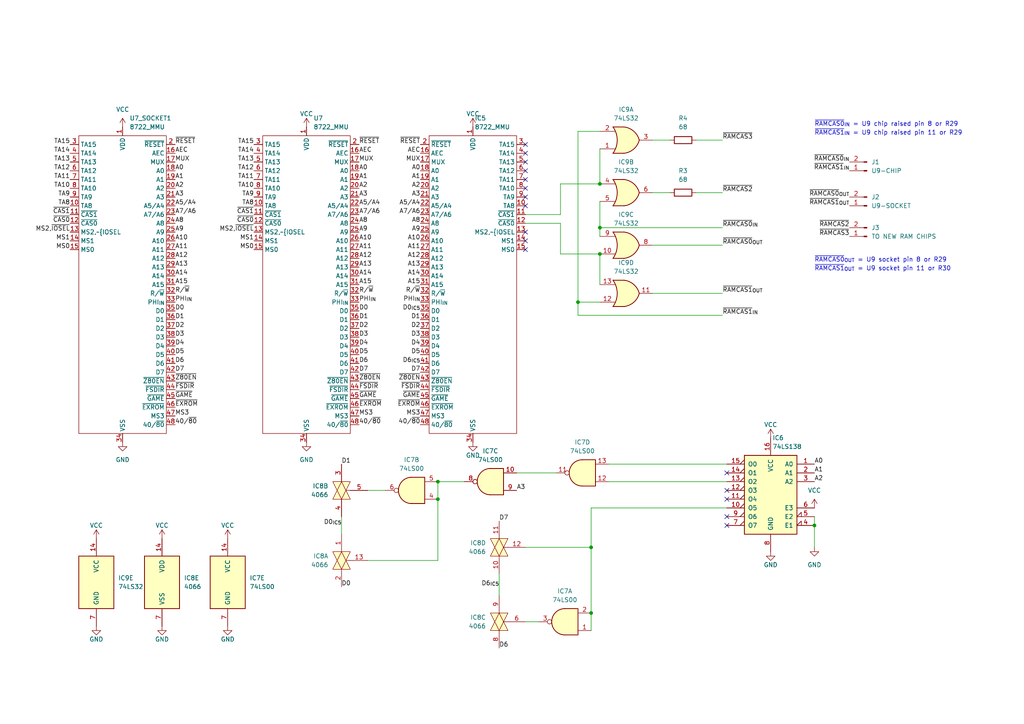
<source format=kicad_sch>
(kicad_sch (version 20211123) (generator eeschema)
  (paper "A4")
  (title_block (title "+256K C128 MMU RAM Expansion") (date "2022-06-22") (rev "1.1") (comment 1 "(mistake was in PDF, not in TXT schematic)") (comment 2 "corrected swapped connections to IC8 pins 6 and 12") (comment 3 "based on original design by Marko Makela") (comment 4 "Maciej Witkowiak"))
  (lib_symbols
    (symbol "4xxx:4066" (pin_names (offset 1.016))
      (property "Reference" "U" (at -7.62 8.89 0))
      (property "Value" "4066" (at -7.62 -8.89 0))
      (symbol "4066_1_0"
        (polyline (pts (xy 0 1.27) (xy 0 2.54)) (stroke (width 0.1524)))
        (polyline (pts (xy -2.54 0) (xy 2.54 2.54) (xy 2.54 -2.54) (xy -2.54 0)) (fill (type background)))
        (polyline (pts (xy -2.54 2.54) (xy 2.54 0) (xy -2.54 -2.54) (xy -2.54 2.54)) (fill (type background)))
        (pin passive line (at -7.62 0 0) (length 5.08) (name "~") (number "1"))
        (pin input line (at 0 7.62 270) (length 5.08) (name "~") (number "13"))
        (pin passive line (at 7.62 0 180) (length 5.08) (name "~") (number "2"))
      )
      (symbol "4066_2_0"
        (polyline (pts (xy 0 1.27) (xy 0 2.54)) (stroke (width 0.1524)))
        (polyline (pts (xy -2.54 0) (xy 2.54 2.54) (xy 2.54 -2.54) (xy -2.54 0)) (fill (type background)))
        (polyline (pts (xy -2.54 2.54) (xy 2.54 0) (xy -2.54 -2.54) (xy -2.54 2.54)) (fill (type background)))
        (pin passive line (at 7.62 0 180) (length 5.08) (name "~") (number "3"))
        (pin passive line (at -7.62 0 0) (length 5.08) (name "~") (number "4"))
        (pin input line (at 0 7.62 270) (length 5.08) (name "~") (number "5"))
      )
      (symbol "4066_3_0"
        (polyline (pts (xy 0 1.27) (xy 0 2.54)) (stroke (width 0.1524)))
        (polyline (pts (xy -2.54 0) (xy 2.54 2.54) (xy 2.54 -2.54) (xy -2.54 0)) (fill (type background)))
        (polyline (pts (xy -2.54 2.54) (xy 2.54 0) (xy -2.54 -2.54) (xy -2.54 2.54)) (fill (type background)))
        (pin input line (at 0 7.62 270) (length 5.08) (name "~") (number "6"))
        (pin passive line (at -7.62 0 0) (length 5.08) (name "~") (number "8"))
        (pin passive line (at 7.62 0 180) (length 5.08) (name "~") (number "9"))
      )
      (symbol "4066_4_0"
        (polyline (pts (xy 0 1.27) (xy 0 2.54)) (stroke (width 0.1524)))
        (polyline (pts (xy -2.54 0) (xy 2.54 2.54) (xy 2.54 -2.54) (xy -2.54 0)) (fill (type background)))
        (polyline (pts (xy -2.54 2.54) (xy 2.54 0) (xy -2.54 -2.54) (xy -2.54 2.54)) (fill (type background)))
        (pin passive line (at 7.62 0 180) (length 5.08) (name "~") (number "10"))
        (pin passive line (at -7.62 0 0) (length 5.08) (name "~") (number "11"))
        (pin input line (at 0 7.62 270) (length 5.08) (name "~") (number "12"))
      )
      (symbol "4066_5_0"
        (pin power_in line (at 0 12.7 270) (length 5.08) (name "VDD") (number "14"))
        (pin power_in line (at 0 -12.7 90) (length 5.08) (name "VSS") (number "7"))
      )
      (symbol "4066_5_1"
        (rectangle (start -5.08 7.62) (end 5.08 -7.62) (stroke (width 0.254)) (fill (type background)))
      )
    )
    (symbol "74xx:74LS00" (pin_names (offset 1.016))
      (property "Reference" "U" (at 0 1.27 0))
      (property "Value" "74LS00" (at 0 -1.27 0))
      (symbol "74LS00_1_1"
        (arc (start 0 -3.81) (mid 3.81 0) (end 0 3.81) (stroke (width 0.254)) (fill (type background)))
        (polyline (pts (xy 0 3.81) (xy -3.81 3.81) (xy -3.81 -3.81) (xy 0 -3.81)) (stroke (width 0.254)) (fill (type background)))
        (pin input line (at -7.62 2.54 0) (length 3.81) (name "~") (number "1"))
        (pin input line (at -7.62 -2.54 0) (length 3.81) (name "~") (number "2"))
        (pin output inverted (at 7.62 0 180) (length 3.81) (name "~") (number "3"))
      )
      (symbol "74LS00_1_2"
        (arc (start -3.81 -3.81) (mid -2.589 0) (end -3.81 3.81) (stroke (width 0.254)))
        (arc (start -0.6096 -3.81) (mid 2.1842 -2.5851) (end 3.81 0) (stroke (width 0.254)) (fill (type background)))
        (polyline (pts (xy -3.81 -3.81) (xy -0.635 -3.81)) (stroke (width 0.254)) (fill (type background)))
        (polyline (pts (xy -3.81 3.81) (xy -0.635 3.81)) (stroke (width 0.254)) (fill (type background)))
        (polyline (pts (xy -0.635 3.81) (xy -3.81 3.81) (xy -3.81 3.81) (xy -3.556 3.4036) (xy -3.0226 2.2606) (xy -2.6924 1.0414) (xy -2.6162 -0.254) (xy -2.7686 -1.4986) (xy -3.175 -2.7178) (xy -3.81 -3.81) (xy -3.81 -3.81) (xy -0.635 -3.81)) (stroke (width -25.4)) (fill (type background)))
        (arc (start 3.81 0) (mid 2.1915 2.5936) (end -0.6096 3.81) (stroke (width 0.254)) (fill (type background)))
        (pin input inverted (at -7.62 2.54 0) (length 4.318) (name "~") (number "1"))
        (pin input inverted (at -7.62 -2.54 0) (length 4.318) (name "~") (number "2"))
        (pin output line (at 7.62 0 180) (length 3.81) (name "~") (number "3"))
      )
      (symbol "74LS00_2_1"
        (arc (start 0 -3.81) (mid 3.81 0) (end 0 3.81) (stroke (width 0.254)) (fill (type background)))
        (polyline (pts (xy 0 3.81) (xy -3.81 3.81) (xy -3.81 -3.81) (xy 0 -3.81)) (stroke (width 0.254)) (fill (type background)))
        (pin input line (at -7.62 2.54 0) (length 3.81) (name "~") (number "4"))
        (pin input line (at -7.62 -2.54 0) (length 3.81) (name "~") (number "5"))
        (pin output inverted (at 7.62 0 180) (length 3.81) (name "~") (number "6"))
      )
      (symbol "74LS00_2_2"
        (arc (start -3.81 -3.81) (mid -2.589 0) (end -3.81 3.81) (stroke (width 0.254)))
        (arc (start -0.6096 -3.81) (mid 2.1842 -2.5851) (end 3.81 0) (stroke (width 0.254)) (fill (type background)))
        (polyline (pts (xy -3.81 -3.81) (xy -0.635 -3.81)) (stroke (width 0.254)) (fill (type background)))
        (polyline (pts (xy -3.81 3.81) (xy -0.635 3.81)) (stroke (width 0.254)) (fill (type background)))
        (polyline (pts (xy -0.635 3.81) (xy -3.81 3.81) (xy -3.81 3.81) (xy -3.556 3.4036) (xy -3.0226 2.2606) (xy -2.6924 1.0414) (xy -2.6162 -0.254) (xy -2.7686 -1.4986) (xy -3.175 -2.7178) (xy -3.81 -3.81) (xy -3.81 -3.81) (xy -0.635 -3.81)) (stroke (width -25.4)) (fill (type background)))
        (arc (start 3.81 0) (mid 2.1915 2.5936) (end -0.6096 3.81) (stroke (width 0.254)) (fill (type background)))
        (pin input inverted (at -7.62 2.54 0) (length 4.318) (name "~") (number "4"))
        (pin input inverted (at -7.62 -2.54 0) (length 4.318) (name "~") (number "5"))
        (pin output line (at 7.62 0 180) (length 3.81) (name "~") (number "6"))
      )
      (symbol "74LS00_3_1"
        (arc (start 0 -3.81) (mid 3.81 0) (end 0 3.81) (stroke (width 0.254)) (fill (type background)))
        (polyline (pts (xy 0 3.81) (xy -3.81 3.81) (xy -3.81 -3.81) (xy 0 -3.81)) (stroke (width 0.254)) (fill (type background)))
        (pin input line (at -7.62 -2.54 0) (length 3.81) (name "~") (number "10"))
        (pin output inverted (at 7.62 0 180) (length 3.81) (name "~") (number "8"))
        (pin input line (at -7.62 2.54 0) (length 3.81) (name "~") (number "9"))
      )
      (symbol "74LS00_3_2"
        (arc (start -3.81 -3.81) (mid -2.589 0) (end -3.81 3.81) (stroke (width 0.254)))
        (arc (start -0.6096 -3.81) (mid 2.1842 -2.5851) (end 3.81 0) (stroke (width 0.254)) (fill (type background)))
        (polyline (pts (xy -3.81 -3.81) (xy -0.635 -3.81)) (stroke (width 0.254)) (fill (type background)))
        (polyline (pts (xy -3.81 3.81) (xy -0.635 3.81)) (stroke (width 0.254)) (fill (type background)))
        (polyline (pts (xy -0.635 3.81) (xy -3.81 3.81) (xy -3.81 3.81) (xy -3.556 3.4036) (xy -3.0226 2.2606) (xy -2.6924 1.0414) (xy -2.6162 -0.254) (xy -2.7686 -1.4986) (xy -3.175 -2.7178) (xy -3.81 -3.81) (xy -3.81 -3.81) (xy -0.635 -3.81)) (stroke (width -25.4)) (fill (type background)))
        (arc (start 3.81 0) (mid 2.1915 2.5936) (end -0.6096 3.81) (stroke (width 0.254)) (fill (type background)))
        (pin input inverted (at -7.62 -2.54 0) (length 4.318) (name "~") (number "10"))
        (pin output line (at 7.62 0 180) (length 3.81) (name "~") (number "8"))
        (pin input inverted (at -7.62 2.54 0) (length 4.318) (name "~") (number "9"))
      )
      (symbol "74LS00_4_1"
        (arc (start 0 -3.81) (mid 3.81 0) (end 0 3.81) (stroke (width 0.254)) (fill (type background)))
        (polyline (pts (xy 0 3.81) (xy -3.81 3.81) (xy -3.81 -3.81) (xy 0 -3.81)) (stroke (width 0.254)) (fill (type background)))
        (pin output inverted (at 7.62 0 180) (length 3.81) (name "~") (number "11"))
        (pin input line (at -7.62 2.54 0) (length 3.81) (name "~") (number "12"))
        (pin input line (at -7.62 -2.54 0) (length 3.81) (name "~") (number "13"))
      )
      (symbol "74LS00_4_2"
        (arc (start -3.81 -3.81) (mid -2.589 0) (end -3.81 3.81) (stroke (width 0.254)))
        (arc (start -0.6096 -3.81) (mid 2.1842 -2.5851) (end 3.81 0) (stroke (width 0.254)) (fill (type background)))
        (polyline (pts (xy -3.81 -3.81) (xy -0.635 -3.81)) (stroke (width 0.254)) (fill (type background)))
        (polyline (pts (xy -3.81 3.81) (xy -0.635 3.81)) (stroke (width 0.254)) (fill (type background)))
        (polyline (pts (xy -0.635 3.81) (xy -3.81 3.81) (xy -3.81 3.81) (xy -3.556 3.4036) (xy -3.0226 2.2606) (xy -2.6924 1.0414) (xy -2.6162 -0.254) (xy -2.7686 -1.4986) (xy -3.175 -2.7178) (xy -3.81 -3.81) (xy -3.81 -3.81) (xy -0.635 -3.81)) (stroke (width -25.4)) (fill (type background)))
        (arc (start 3.81 0) (mid 2.1915 2.5936) (end -0.6096 3.81) (stroke (width 0.254)) (fill (type background)))
        (pin output line (at 7.62 0 180) (length 3.81) (name "~") (number "11"))
        (pin input inverted (at -7.62 2.54 0) (length 4.318) (name "~") (number "12"))
        (pin input inverted (at -7.62 -2.54 0) (length 4.318) (name "~") (number "13"))
      )
      (symbol "74LS00_5_0"
        (pin power_in line (at 0 12.7 270) (length 5.08) (name "VCC") (number "14"))
        (pin power_in line (at 0 -12.7 90) (length 5.08) (name "GND") (number "7"))
      )
      (symbol "74LS00_5_1"
        (rectangle (start -5.08 7.62) (end 5.08 -7.62) (stroke (width 0.254)) (fill (type background)))
      )
    )
    (symbol "74xx:74LS138" (pin_names (offset 1.016))
      (property "Reference" "U" (at -7.62 11.43 0))
      (property "Value" "74LS138" (at -7.62 -13.97 0))
      (symbol "74LS138_1_0"
        (pin input line (at -12.7 7.62 0) (length 5.08) (name "A0") (number "1"))
        (pin output output_low (at 12.7 -5.08 180) (length 5.08) (name "O5") (number "10"))
        (pin output output_low (at 12.7 -2.54 180) (length 5.08) (name "O4") (number "11"))
        (pin output output_low (at 12.7 0 180) (length 5.08) (name "O3") (number "12"))
        (pin output output_low (at 12.7 2.54 180) (length 5.08) (name "O2") (number "13"))
        (pin output output_low (at 12.7 5.08 180) (length 5.08) (name "O1") (number "14"))
        (pin output output_low (at 12.7 7.62 180) (length 5.08) (name "O0") (number "15"))
        (pin power_in line (at 0 15.24 270) (length 5.08) (name "VCC") (number "16"))
        (pin input line (at -12.7 5.08 0) (length 5.08) (name "A1") (number "2"))
        (pin input line (at -12.7 2.54 0) (length 5.08) (name "A2") (number "3"))
        (pin input input_low (at -12.7 -10.16 0) (length 5.08) (name "E1") (number "4"))
        (pin input input_low (at -12.7 -7.62 0) (length 5.08) (name "E2") (number "5"))
        (pin input line (at -12.7 -5.08 0) (length 5.08) (name "E3") (number "6"))
        (pin output output_low (at 12.7 -10.16 180) (length 5.08) (name "O7") (number "7"))
        (pin power_in line (at 0 -17.78 90) (length 5.08) (name "GND") (number "8"))
        (pin output output_low (at 12.7 -7.62 180) (length 5.08) (name "O6") (number "9"))
      )
      (symbol "74LS138_1_1"
        (rectangle (start -7.62 10.16) (end 7.62 -12.7) (stroke (width 0.254)) (fill (type background)))
      )
    )
    (symbol "74xx:74LS32" (pin_names (offset 1.016))
      (property "Reference" "U" (at 0 1.27 0))
      (property "Value" "74LS32" (at 0 -1.27 0))
      (symbol "74LS32_1_1"
        (arc (start -3.81 -3.81) (mid -2.589 0) (end -3.81 3.81) (stroke (width 0.254)))
        (arc (start -0.6096 -3.81) (mid 2.1842 -2.5851) (end 3.81 0) (stroke (width 0.254)) (fill (type background)))
        (polyline (pts (xy -3.81 -3.81) (xy -0.635 -3.81)) (stroke (width 0.254)) (fill (type background)))
        (polyline (pts (xy -3.81 3.81) (xy -0.635 3.81)) (stroke (width 0.254)) (fill (type background)))
        (polyline (pts (xy -0.635 3.81) (xy -3.81 3.81) (xy -3.81 3.81) (xy -3.556 3.4036) (xy -3.0226 2.2606) (xy -2.6924 1.0414) (xy -2.6162 -0.254) (xy -2.7686 -1.4986) (xy -3.175 -2.7178) (xy -3.81 -3.81) (xy -3.81 -3.81) (xy -0.635 -3.81)) (stroke (width -25.4)) (fill (type background)))
        (arc (start 3.81 0) (mid 2.1915 2.5936) (end -0.6096 3.81) (stroke (width 0.254)) (fill (type background)))
        (pin input line (at -7.62 2.54 0) (length 4.318) (name "~") (number "1"))
        (pin input line (at -7.62 -2.54 0) (length 4.318) (name "~") (number "2"))
        (pin output line (at 7.62 0 180) (length 3.81) (name "~") (number "3"))
      )
      (symbol "74LS32_1_2"
        (arc (start 0 -3.81) (mid 3.81 0) (end 0 3.81) (stroke (width 0.254)) (fill (type background)))
        (polyline (pts (xy 0 3.81) (xy -3.81 3.81) (xy -3.81 -3.81) (xy 0 -3.81)) (stroke (width 0.254)) (fill (type background)))
        (pin input inverted (at -7.62 2.54 0) (length 3.81) (name "~") (number "1"))
        (pin input inverted (at -7.62 -2.54 0) (length 3.81) (name "~") (number "2"))
        (pin output inverted (at 7.62 0 180) (length 3.81) (name "~") (number "3"))
      )
      (symbol "74LS32_2_1"
        (arc (start -3.81 -3.81) (mid -2.589 0) (end -3.81 3.81) (stroke (width 0.254)))
        (arc (start -0.6096 -3.81) (mid 2.1842 -2.5851) (end 3.81 0) (stroke (width 0.254)) (fill (type background)))
        (polyline (pts (xy -3.81 -3.81) (xy -0.635 -3.81)) (stroke (width 0.254)) (fill (type background)))
        (polyline (pts (xy -3.81 3.81) (xy -0.635 3.81)) (stroke (width 0.254)) (fill (type background)))
        (polyline (pts (xy -0.635 3.81) (xy -3.81 3.81) (xy -3.81 3.81) (xy -3.556 3.4036) (xy -3.0226 2.2606) (xy -2.6924 1.0414) (xy -2.6162 -0.254) (xy -2.7686 -1.4986) (xy -3.175 -2.7178) (xy -3.81 -3.81) (xy -3.81 -3.81) (xy -0.635 -3.81)) (stroke (width -25.4)) (fill (type background)))
        (arc (start 3.81 0) (mid 2.1915 2.5936) (end -0.6096 3.81) (stroke (width 0.254)) (fill (type background)))
        (pin input line (at -7.62 2.54 0) (length 4.318) (name "~") (number "4"))
        (pin input line (at -7.62 -2.54 0) (length 4.318) (name "~") (number "5"))
        (pin output line (at 7.62 0 180) (length 3.81) (name "~") (number "6"))
      )
      (symbol "74LS32_2_2"
        (arc (start 0 -3.81) (mid 3.81 0) (end 0 3.81) (stroke (width 0.254)) (fill (type background)))
        (polyline (pts (xy 0 3.81) (xy -3.81 3.81) (xy -3.81 -3.81) (xy 0 -3.81)) (stroke (width 0.254)) (fill (type background)))
        (pin input inverted (at -7.62 2.54 0) (length 3.81) (name "~") (number "4"))
        (pin input inverted (at -7.62 -2.54 0) (length 3.81) (name "~") (number "5"))
        (pin output inverted (at 7.62 0 180) (length 3.81) (name "~") (number "6"))
      )
      (symbol "74LS32_3_1"
        (arc (start -3.81 -3.81) (mid -2.589 0) (end -3.81 3.81) (stroke (width 0.254)))
        (arc (start -0.6096 -3.81) (mid 2.1842 -2.5851) (end 3.81 0) (stroke (width 0.254)) (fill (type background)))
        (polyline (pts (xy -3.81 -3.81) (xy -0.635 -3.81)) (stroke (width 0.254)) (fill (type background)))
        (polyline (pts (xy -3.81 3.81) (xy -0.635 3.81)) (stroke (width 0.254)) (fill (type background)))
        (polyline (pts (xy -0.635 3.81) (xy -3.81 3.81) (xy -3.81 3.81) (xy -3.556 3.4036) (xy -3.0226 2.2606) (xy -2.6924 1.0414) (xy -2.6162 -0.254) (xy -2.7686 -1.4986) (xy -3.175 -2.7178) (xy -3.81 -3.81) (xy -3.81 -3.81) (xy -0.635 -3.81)) (stroke (width -25.4)) (fill (type background)))
        (arc (start 3.81 0) (mid 2.1915 2.5936) (end -0.6096 3.81) (stroke (width 0.254)) (fill (type background)))
        (pin input line (at -7.62 -2.54 0) (length 4.318) (name "~") (number "10"))
        (pin output line (at 7.62 0 180) (length 3.81) (name "~") (number "8"))
        (pin input line (at -7.62 2.54 0) (length 4.318) (name "~") (number "9"))
      )
      (symbol "74LS32_3_2"
        (arc (start 0 -3.81) (mid 3.81 0) (end 0 3.81) (stroke (width 0.254)) (fill (type background)))
        (polyline (pts (xy 0 3.81) (xy -3.81 3.81) (xy -3.81 -3.81) (xy 0 -3.81)) (stroke (width 0.254)) (fill (type background)))
        (pin input inverted (at -7.62 -2.54 0) (length 3.81) (name "~") (number "10"))
        (pin output inverted (at 7.62 0 180) (length 3.81) (name "~") (number "8"))
        (pin input inverted (at -7.62 2.54 0) (length 3.81) (name "~") (number "9"))
      )
      (symbol "74LS32_4_1"
        (arc (start -3.81 -3.81) (mid -2.589 0) (end -3.81 3.81) (stroke (width 0.254)))
        (arc (start -0.6096 -3.81) (mid 2.1842 -2.5851) (end 3.81 0) (stroke (width 0.254)) (fill (type background)))
        (polyline (pts (xy -3.81 -3.81) (xy -0.635 -3.81)) (stroke (width 0.254)) (fill (type background)))
        (polyline (pts (xy -3.81 3.81) (xy -0.635 3.81)) (stroke (width 0.254)) (fill (type background)))
        (polyline (pts (xy -0.635 3.81) (xy -3.81 3.81) (xy -3.81 3.81) (xy -3.556 3.4036) (xy -3.0226 2.2606) (xy -2.6924 1.0414) (xy -2.6162 -0.254) (xy -2.7686 -1.4986) (xy -3.175 -2.7178) (xy -3.81 -3.81) (xy -3.81 -3.81) (xy -0.635 -3.81)) (stroke (width -25.4)) (fill (type background)))
        (arc (start 3.81 0) (mid 2.1915 2.5936) (end -0.6096 3.81) (stroke (width 0.254)) (fill (type background)))
        (pin output line (at 7.62 0 180) (length 3.81) (name "~") (number "11"))
        (pin input line (at -7.62 2.54 0) (length 4.318) (name "~") (number "12"))
        (pin input line (at -7.62 -2.54 0) (length 4.318) (name "~") (number "13"))
      )
      (symbol "74LS32_4_2"
        (arc (start 0 -3.81) (mid 3.81 0) (end 0 3.81) (stroke (width 0.254)) (fill (type background)))
        (polyline (pts (xy 0 3.81) (xy -3.81 3.81) (xy -3.81 -3.81) (xy 0 -3.81)) (stroke (width 0.254)) (fill (type background)))
        (pin output inverted (at 7.62 0 180) (length 3.81) (name "~") (number "11"))
        (pin input inverted (at -7.62 2.54 0) (length 3.81) (name "~") (number "12"))
        (pin input inverted (at -7.62 -2.54 0) (length 3.81) (name "~") (number "13"))
      )
      (symbol "74LS32_5_0"
        (pin power_in line (at 0 12.7 270) (length 5.08) (name "VCC") (number "14"))
        (pin power_in line (at 0 -12.7 90) (length 5.08) (name "GND") (number "7"))
      )
      (symbol "74LS32_5_1"
        (rectangle (start -5.08 7.62) (end 5.08 -7.62) (stroke (width 0.254)) (fill (type background)))
      )
    )
    (symbol "C128_CHIPS:8722_MMU"
      (property "Reference" "U" (at -10.16 49.53 0))
      (property "Value" "8722_MMU" (at 0 0 0))
      (symbol "8722_MMU_0_1"
        (rectangle (start -12.7 48.26) (end 12.7 -38.1))
      )
      (symbol "8722_MMU_1_1"
        (pin power_in line (at 0 50.8 270) (length 2.54) (name "VDD") (number "1"))
        (pin tri_state line (at -15.24 27.94 0) (length 2.54) (name "TA8") (number "10"))
        (pin output line (at -15.24 25.4 0) (length 2.54) (name "~{CAS1}") (number "11"))
        (pin output line (at -15.24 22.86 0) (length 2.54) (name "~{CAS0}") (number "12"))
        (pin output line (at -15.24 20.32 0) (length 2.54) (name "MS2,~{IOSEL") (number "13"))
        (pin output line (at -15.24 17.78 0) (length 2.54) (name "MS1") (number "14"))
        (pin output line (at -15.24 15.24 0) (length 2.54) (name "MS0") (number "15"))
        (pin input line (at 15.24 43.18 180) (length 2.54) (name "AEC") (number "16"))
        (pin input line (at 15.24 40.64 180) (length 2.54) (name "MUX") (number "17"))
        (pin input line (at 15.24 38.1 180) (length 2.54) (name "A0") (number "18"))
        (pin input line (at 15.24 35.56 180) (length 2.54) (name "A1") (number "19"))
        (pin input line (at 15.24 45.72 180) (length 2.54) (name "~{RESET}") (number "2"))
        (pin input line (at 15.24 33.02 180) (length 2.54) (name "A2") (number "20"))
        (pin input line (at 15.24 30.48 180) (length 2.54) (name "A3") (number "21"))
        (pin input line (at 15.24 27.94 180) (length 2.54) (name "A5/A4") (number "22"))
        (pin input line (at 15.24 25.4 180) (length 2.54) (name "A7/A6") (number "23"))
        (pin input line (at 15.24 22.86 180) (length 2.54) (name "A8") (number "24"))
        (pin input line (at 15.24 20.32 180) (length 2.54) (name "A9") (number "25"))
        (pin input line (at 15.24 17.78 180) (length 2.54) (name "A10") (number "26"))
        (pin input line (at 15.24 15.24 180) (length 2.54) (name "A11") (number "27"))
        (pin input line (at 15.24 12.7 180) (length 2.54) (name "A12") (number "28"))
        (pin input line (at 15.24 10.16 180) (length 2.54) (name "A13") (number "29"))
        (pin tri_state line (at -15.24 45.72 0) (length 2.54) (name "TA15") (number "3"))
        (pin input line (at 15.24 7.62 180) (length 2.54) (name "A14") (number "30"))
        (pin input line (at 15.24 5.08 180) (length 2.54) (name "A15") (number "31"))
        (pin input line (at 15.24 2.54 180) (length 2.54) (name "R/~{W}") (number "32"))
        (pin input line (at 15.24 0 180) (length 2.54) (name "PHI_{IN}") (number "33"))
        (pin power_in line (at 0 -40.64 90) (length 2.54) (name "VSS") (number "34"))
        (pin bidirectional line (at 15.24 -2.54 180) (length 2.54) (name "D0") (number "35"))
        (pin bidirectional line (at 15.24 -5.08 180) (length 2.54) (name "D1") (number "36"))
        (pin bidirectional line (at 15.24 -7.62 180) (length 2.54) (name "D2") (number "37"))
        (pin bidirectional line (at 15.24 -10.16 180) (length 2.54) (name "D3") (number "38"))
        (pin bidirectional line (at 15.24 -12.7 180) (length 2.54) (name "D4") (number "39"))
        (pin tri_state line (at -15.24 43.18 0) (length 2.54) (name "TA14") (number "4"))
        (pin bidirectional line (at 15.24 -15.24 180) (length 2.54) (name "D5") (number "40"))
        (pin bidirectional line (at 15.24 -17.78 180) (length 2.54) (name "D6") (number "41"))
        (pin bidirectional line (at 15.24 -20.32 180) (length 2.54) (name "D7") (number "42"))
        (pin bidirectional line (at 15.24 -22.86 180) (length 2.54) (name "~{Z80EN}") (number "43"))
        (pin bidirectional line (at 15.24 -25.4 180) (length 2.54) (name "~{FSDIR}") (number "44"))
        (pin bidirectional line (at 15.24 -27.94 180) (length 2.54) (name "~{GAME}") (number "45"))
        (pin bidirectional line (at 15.24 -30.48 180) (length 2.54) (name "~{EXROM}") (number "46"))
        (pin bidirectional line (at 15.24 -33.02 180) (length 2.54) (name "MS3") (number "47"))
        (pin bidirectional line (at 15.24 -35.56 180) (length 2.54) (name "40/~{80}") (number "48"))
        (pin tri_state line (at -15.24 40.64 0) (length 2.54) (name "TA13") (number "5"))
        (pin tri_state line (at -15.24 38.1 0) (length 2.54) (name "TA12") (number "6"))
        (pin tri_state line (at -15.24 35.56 0) (length 2.54) (name "TA11") (number "7"))
        (pin tri_state line (at -15.24 33.02 0) (length 2.54) (name "TA10") (number "8"))
        (pin tri_state line (at -15.24 30.48 0) (length 2.54) (name "TA9") (number "9"))
      )
    )
    (symbol "Connector:Conn_01x02_Male" (pin_names (offset 1.016) hide)
      (property "Reference" "J" (at 0 2.54 0))
      (property "Value" "Conn_01x02_Male" (at 0 -5.08 0))
      (symbol "Conn_01x02_Male_1_1"
        (polyline (pts (xy 1.27 -2.54) (xy 0.8636 -2.54)) (stroke (width 0.1524)))
        (polyline (pts (xy 1.27 0) (xy 0.8636 0)) (stroke (width 0.1524)))
        (rectangle (start 0.8636 -2.413) (end 0 -2.667) (stroke (width 0.1524)) (fill (type outline)))
        (rectangle (start 0.8636 0.127) (end 0 -0.127) (stroke (width 0.1524)) (fill (type outline)))
        (pin passive line (at 5.08 0 180) (length 3.81) (name "Pin_1") (number "1"))
        (pin passive line (at 5.08 -2.54 180) (length 3.81) (name "Pin_2") (number "2"))
      )
    )
    (symbol "Device:R" (pin_numbers hide) (pin_names (offset 0))
      (property "Reference" "R" (at 2.032 0 90))
      (property "Value" "R" (at 0 0 90))
      (symbol "R_0_1"
        (rectangle (start -1.016 -2.54) (end 1.016 2.54) (stroke (width 0.254)))
      )
      (symbol "R_1_1"
        (pin passive line (at 0 3.81 270) (length 1.27) (name "~") (number "1"))
        (pin passive line (at 0 -3.81 90) (length 1.27) (name "~") (number "2"))
      )
    )
    (symbol "power:GND" (power) (pin_names (offset 0))
      (property "Value" "GND" (at 0 -3.81 0))
      (symbol "GND_0_1"
        (polyline (pts (xy 0 0) (xy 0 -1.27) (xy 1.27 -1.27) (xy 0 -2.54) (xy -1.27 -1.27) (xy 0 -1.27)))
      )
      (symbol "GND_1_1"
        (pin power_in line (at 0 0 270) (length 0) hide (name "GND") (number "1"))
      )
    )
    (symbol "power:VCC" (power) (pin_names (offset 0))
      (property "Value" "VCC" (at 0 3.81 0))
      (symbol "VCC_0_1"
        (polyline (pts (xy -0.762 1.27) (xy 0 2.54)))
        (polyline (pts (xy 0 0) (xy 0 2.54)))
        (polyline (pts (xy 0 2.54) (xy 0.762 1.27)))
      )
      (symbol "VCC_1_1"
        (pin power_in line (at 0 0 90) (length 0) hide (name "VCC") (number "1"))
      )
    )
  )
  (junction (at 127 144.78))
  (junction (at 236.22 152.4))
  (junction (at 173.99 53.34))
  (junction (at 173.99 73.66))
  (junction (at 173.99 66.04))
  (junction (at 167.64 87.63))
  (junction (at 171.45 158.75))
  (junction (at 127 139.7))
  (junction (at 171.45 177.8))
  (no_connect (at 152.4 52.07))
  (no_connect (at 152.4 44.45))
  (no_connect (at 152.4 41.91))
  (no_connect (at 152.4 46.99))
  (no_connect (at 152.4 72.39))
  (no_connect (at 152.4 69.85))
  (no_connect (at 152.4 67.31))
  (no_connect (at 152.4 59.69))
  (no_connect (at 152.4 57.15))
  (no_connect (at 152.4 54.61))
  (no_connect (at 152.4 49.53))
  (no_connect (at 210.82 137.16))
  (no_connect (at 210.82 142.24))
  (no_connect (at 210.82 144.78))
  (no_connect (at 210.82 149.86))
  (no_connect (at 210.82 152.4))
  (wire (pts (xy 149.86 137.16) (xy 161.29 137.16)))
  (wire (pts (xy 201.93 55.88) (xy 209.55 55.88)))
  (wire (pts (xy 173.99 73.66) (xy 173.99 82.55)))
  (wire (pts (xy 167.64 87.63) (xy 173.99 87.63)))
  (wire (pts (xy 171.45 147.32) (xy 171.45 158.75)))
  (wire (pts (xy 171.45 158.75) (xy 171.45 177.8)))
  (wire (pts (xy 162.56 53.34) (xy 173.99 53.34)))
  (wire (pts (xy 173.99 66.04) (xy 173.99 68.58)))
  (wire (pts (xy 189.23 40.64) (xy 194.31 40.64)))
  (wire (pts (xy 127 139.7) (xy 127 144.78)))
  (wire (pts (xy 127 139.7) (xy 134.62 139.7)))
  (wire (pts (xy 189.23 85.09) (xy 209.55 85.09)))
  (wire (pts (xy 167.64 38.1) (xy 167.64 87.63)))
  (wire (pts (xy 162.56 62.23) (xy 162.56 53.34)))
  (wire (pts (xy 171.45 177.8) (xy 171.45 182.88)))
  (wire (pts (xy 173.99 58.42) (xy 173.99 66.04)))
  (wire (pts (xy 189.23 71.12) (xy 209.55 71.12)))
  (wire (pts (xy 173.99 38.1) (xy 167.64 38.1)))
  (wire (pts (xy 209.55 91.44) (xy 167.64 91.44)))
  (wire (pts (xy 152.4 180.34) (xy 156.21 180.34)))
  (wire (pts (xy 127 162.56) (xy 127 144.78)))
  (wire (pts (xy 210.82 134.62) (xy 176.53 134.62)))
  (wire (pts (xy 210.82 147.32) (xy 171.45 147.32)))
  (wire (pts (xy 236.22 158.75) (xy 236.22 152.4)))
  (wire (pts (xy 162.56 64.77) (xy 162.56 73.66)))
  (wire (pts (xy 162.56 73.66) (xy 173.99 73.66)))
  (wire (pts (xy 189.23 55.88) (xy 194.31 55.88)))
  (wire (pts (xy 210.82 139.7) (xy 176.53 139.7)))
  (wire (pts (xy 106.68 142.24) (xy 111.76 142.24)))
  (wire (pts (xy 144.78 166.37) (xy 144.78 172.72)))
  (wire (pts (xy 173.99 43.18) (xy 173.99 53.34)))
  (wire (pts (xy 236.22 149.86) (xy 236.22 152.4)))
  (wire (pts (xy 201.93 40.64) (xy 209.55 40.64)))
  (wire (pts (xy 152.4 62.23) (xy 162.56 62.23)))
  (wire (pts (xy 152.4 158.75) (xy 171.45 158.75)))
  (wire (pts (xy 99.06 149.86) (xy 99.06 154.94)))
  (wire (pts (xy 167.64 91.44) (xy 167.64 87.63)))
  (wire (pts (xy 152.4 64.77) (xy 162.56 64.77)))
  (wire (pts (xy 173.99 66.04) (xy 209.55 66.04)))
  (wire (pts (xy 106.68 162.56) (xy 127 162.56)))
  (text "~{RAMCAS1}_{OUT} = U9 socket pin 11 or R30" (at 236.22 78.74 0) (effects (font (size 1.27 1.27)) (justify left bottom)))
  (text "~{RAMCAS0}_{OUT} = U9 socket pin 8 or R29" (at 236.22 76.2 0) (effects (font (size 1.27 1.27)) (justify left bottom)))
  (text "~{RAMCAS1}_{IN} = U9 chip raised pin 11 or R29" (at 236.22 39.37 0) (effects (font (size 1.27 1.27)) (justify left bottom)))
  (text "~{RAMCAS0}_{IN} = U9 chip raised pin 8 or R29" (at 236.22 36.83 0) (effects (font (size 1.27 1.27)) (justify left bottom)))
  (label "A0" (at 236.22 134.62 0))
  (label "A12" (at 50.8 74.93 0))
  (label "A3" (at 149.86 142.24 0))
  (label "TA12" (at 73.66 49.53 180))
  (label "D1" (at 121.92 92.71 180))
  (label "MS0" (at 20.32 72.39 180))
  (label "A2" (at 236.22 139.7 0))
  (label "D2" (at 121.92 95.25 180))
  (label "D0_{IC5}" (at 121.92 90.17 180))
  (label "TA9" (at 73.66 57.15 180))
  (label "~{CAS0}" (at 20.32 64.77 180))
  (label "~{Z80EN}" (at 121.92 110.49 180))
  (label "MUX" (at 104.14 46.99 0))
  (label "TA13" (at 20.32 46.99 180))
  (label "40{slash}~{80}" (at 121.92 123.19 180))
  (label "A8" (at 50.8 64.77 0))
  (label "AEC" (at 50.8 44.45 0))
  (label "D4" (at 104.14 100.33 0))
  (label "D3" (at 104.14 97.79 0))
  (label "A15" (at 50.8 82.55 0))
  (label "D2" (at 50.8 95.25 0))
  (label "D3" (at 50.8 97.79 0))
  (label "A10" (at 104.14 69.85 0))
  (label "PHI_{IN}" (at 50.8 87.63 0))
  (label "TA14" (at 20.32 44.45 180))
  (label "D7" (at 121.92 107.95 180))
  (label "~{RAMCAS1}_{OUT}" (at 209.55 85.09 0))
  (label "D5" (at 50.8 102.87 0))
  (label "R{slash}~{W}" (at 50.8 85.09 0))
  (label "TA8" (at 20.32 59.69 180))
  (label "MUX" (at 50.8 46.99 0))
  (label "TA10" (at 20.32 54.61 180))
  (label "TA15" (at 73.66 41.91 180))
  (label "A3" (at 121.92 57.15 180))
  (label "40{slash}~{80}" (at 50.8 123.19 0))
  (label "A14" (at 50.8 80.01 0))
  (label "~{CAS1}" (at 20.32 62.23 180))
  (label "A12" (at 104.14 74.93 0))
  (label "MS3" (at 104.14 120.65 0))
  (label "D7" (at 104.14 107.95 0))
  (label "~{EXROM}" (at 50.8 118.11 0))
  (label "TA9" (at 20.32 57.15 180))
  (label "AEC" (at 121.92 44.45 180))
  (label "D6_{IC5}" (at 121.92 105.41 180))
  (label "~{RESET}" (at 121.92 41.91 180))
  (label "~{RAMCAS1}_{IN}" (at 246.38 49.53 180))
  (label "D1" (at 104.14 92.71 0))
  (label "~{RAMCAS0}_{IN}" (at 246.38 46.99 180))
  (label "~{FSDIR}" (at 50.8 113.03 0))
  (label "A9" (at 50.8 67.31 0))
  (label "TA13" (at 73.66 46.99 180))
  (label "PHI_{IN}" (at 121.92 87.63 180))
  (label "~{RAMCAS2}" (at 246.38 66.04 180))
  (label "TA8" (at 73.66 59.69 180))
  (label "~{GAME}" (at 104.14 115.57 0))
  (label "A14" (at 121.92 80.01 180))
  (label "R{slash}~{W}" (at 121.92 85.09 180))
  (label "~{RAMCAS1}_{OUT}" (at 246.38 59.69 180))
  (label "A0" (at 121.92 49.53 180))
  (label "PHI_{IN}" (at 104.14 87.63 0))
  (label "TA12" (at 20.32 49.53 180))
  (label "MS0" (at 73.66 72.39 180))
  (label "A3" (at 50.8 57.15 0))
  (label "A11" (at 104.14 72.39 0))
  (label "A14" (at 104.14 80.01 0))
  (label "~{RAMCAS1}_{IN}" (at 209.55 91.44 0))
  (label "A8" (at 121.92 64.77 180))
  (label "~{RAMCAS0}_{IN}" (at 209.55 66.04 0))
  (label "~{FSDIR}" (at 121.92 113.03 180))
  (label "A2" (at 50.8 54.61 0))
  (label "A1" (at 104.14 52.07 0))
  (label "TA11" (at 20.32 52.07 180))
  (label "A7{slash}A6" (at 121.92 62.23 180))
  (label "MS3" (at 121.92 120.65 180))
  (label "D7" (at 50.8 107.95 0))
  (label "A9" (at 104.14 67.31 0))
  (label "D3" (at 121.92 97.79 180))
  (label "D6_{IC5}" (at 144.78 170.18 180))
  (label "TA15" (at 20.32 41.91 180))
  (label "A15" (at 104.14 82.55 0))
  (label "~{CAS0}" (at 73.66 64.77 180))
  (label "A0" (at 50.8 49.53 0))
  (label "A2" (at 104.14 54.61 0))
  (label "TA14" (at 73.66 44.45 180))
  (label "D5" (at 121.92 102.87 180))
  (label "D0_{IC5}" (at 99.06 152.4 180))
  (label "D4" (at 121.92 100.33 180))
  (label "A5{slash}A4" (at 121.92 59.69 180))
  (label "A11" (at 121.92 72.39 180))
  (label "~{CAS1}" (at 73.66 62.23 180))
  (label "A10" (at 50.8 69.85 0))
  (label "D2" (at 104.14 95.25 0))
  (label "A9" (at 121.92 67.31 180))
  (label "D0" (at 104.14 90.17 0))
  (label "D6" (at 50.8 105.41 0))
  (label "~{RAMCAS3}" (at 209.55 40.64 0))
  (label "MS1" (at 20.32 69.85 180))
  (label "A0" (at 104.14 49.53 0))
  (label "D7" (at 144.78 151.13 0))
  (label "R{slash}~{W}" (at 104.14 85.09 0))
  (label "A13" (at 50.8 77.47 0))
  (label "TA10" (at 73.66 54.61 180))
  (label "A12" (at 121.92 74.93 180))
  (label "A1" (at 236.22 137.16 0))
  (label "MUX" (at 121.92 46.99 180))
  (label "~{EXROM}" (at 104.14 118.11 0))
  (label "~{Z80EN}" (at 104.14 110.49 0))
  (label "A5{slash}A4" (at 50.8 59.69 0))
  (label "~{FSDIR}" (at 104.14 113.03 0))
  (label "~{RESET}" (at 104.14 41.91 0))
  (label "TA11" (at 73.66 52.07 180))
  (label "MS2,~{IOSEL}" (at 20.32 67.31 180))
  (label "MS2,~{IOSEL}" (at 73.66 67.31 180))
  (label "D1" (at 50.8 92.71 0))
  (label "D6" (at 144.78 187.96 0))
  (label "A13" (at 104.14 77.47 0))
  (label "AEC" (at 104.14 44.45 0))
  (label "A7{slash}A6" (at 104.14 62.23 0))
  (label "~{RESET}" (at 50.8 41.91 0))
  (label "~{RAMCAS2}" (at 209.55 55.88 0))
  (label "A8" (at 104.14 64.77 0))
  (label "~{RAMCAS0}_{OUT}" (at 209.55 71.12 0))
  (label "~{RAMCAS0}_{OUT}" (at 246.38 57.15 180))
  (label "~{EXROM}" (at 121.92 118.11 180))
  (label "MS1" (at 73.66 69.85 180))
  (label "~{GAME}" (at 50.8 115.57 0))
  (label "D4" (at 50.8 100.33 0))
  (label "A15" (at 121.92 82.55 180))
  (label "40{slash}~{80}" (at 104.14 123.19 0))
  (label "A2" (at 121.92 54.61 180))
  (label "A3" (at 104.14 57.15 0))
  (label "D6" (at 104.14 105.41 0))
  (label "D0" (at 50.8 90.17 0))
  (label "A11" (at 50.8 72.39 0))
  (label "A10" (at 121.92 69.85 180))
  (label "~{Z80EN}" (at 50.8 110.49 0))
  (label "D0" (at 99.06 170.18 0))
  (label "A1" (at 121.92 52.07 180))
  (label "A13" (at 121.92 77.47 180))
  (label "D5" (at 104.14 102.87 0))
  (label "~{GAME}" (at 121.92 115.57 180))
  (label "A1" (at 50.8 52.07 0))
  (label "A7{slash}A6" (at 50.8 62.23 0))
  (label "~{RAMCAS3}" (at 246.38 68.58 180))
  (label "D1" (at 99.06 134.62 0))
  (label "A5{slash}A4" (at 104.14 59.69 0))
  (label "MS3" (at 50.8 120.65 0))
  (symbol (lib_id "C128_CHIPS:8722_MMU") (at 137.16 87.63 0) (mirror y) (unit 1)
    (property "Reference" "IC5" (at 137.6806 34.29 0) (effects (justify right)))
    (property "Value" "8722_MMU" (at 137.6806 36.83 0) (effects (justify right)))
    (property "Footprint" "Package_DIP:DIP-48_W15.24mm_Socket" (effects hide))
    (property "Datasheet" "https://myoldcomputer.nl/Files/Datasheet/MOS8722.pdf" (effects hide))
  )
  (symbol (lib_id "74xx:74LS00") (at 66.04 168.91 0) (unit 5)
    (property "Reference" "IC7" (at 72.39 167.6399 0) (effects (justify left)))
    (property "Value" "74LS00" (at 72.39 170.1799 0) (effects (justify left)))
    (property "Footprint" "Package_DIP:DIP-14_W7.62mm_Socket" (effects hide))
    (property "Datasheet" "http://www.ti.com/lit/gpn/sn74ls00" (effects hide))
  )
  (symbol (lib_id "power:VCC") (at 46.99 156.21 0) (unit 1)
    (property "Reference" "#PWR05" (effects hide))
    (property "Value" "VCC" (at 46.99 152.4 0))
  )
  (symbol (lib_id "Connector:Conn_01x02_Male") (at 251.46 68.58 180) (unit 1)
    (property "Reference" "J3" (at 252.73 66.0399 0) (effects (justify right)))
    (property "Value" "TO NEW RAM CHIPS" (at 252.73 68.5799 0) (effects (justify right)))
    (property "Footprint" "Connector_PinHeader_2.54mm:PinHeader_1x02_P2.54mm_Vertical" (effects hide))
  )
  (symbol (lib_id "Connector:Conn_01x02_Male") (at 251.46 59.69 180) (unit 1)
    (property "Reference" "J2" (at 252.73 57.1499 0) (effects (justify right)))
    (property "Value" "U9-SOCKET" (at 252.73 59.6899 0) (effects (justify right)))
    (property "Footprint" "Connector_PinHeader_2.54mm:PinHeader_1x02_P2.54mm_Vertical" (effects hide))
  )
  (symbol (lib_id "74xx:74LS32") (at 181.61 85.09 0) (mirror x) (unit 4)
    (property "Reference" "IC9" (at 181.61 76.2 0))
    (property "Value" "74LS32" (at 181.61 78.74 0))
    (property "Footprint" "Package_DIP:DIP-14_W7.62mm_Socket" (effects hide))
    (property "Datasheet" "http://www.ti.com/lit/gpn/sn74LS32" (effects hide))
  )
  (symbol (lib_id "power:GND") (at 223.52 160.02 0) (unit 1)
    (property "Reference" "#PWR014" (effects hide))
    (property "Value" "GND" (at 223.52 163.83 0))
  )
  (symbol (lib_id "4xxx:4066") (at 144.78 158.75 270) (unit 4)
    (property "Reference" "IC8" (at 140.97 157.4799 90) (effects (justify right)))
    (property "Value" "4066" (at 140.97 160.0199 90) (effects (justify right)))
    (property "Footprint" "Package_DIP:DIP-14_W7.62mm_Socket" (effects hide))
    (property "Datasheet" "http://www.ti.com/lit/ds/symlink/cd4066b.pdf" (effects hide))
  )
  (symbol (lib_id "power:GND") (at 66.04 181.61 0) (unit 1)
    (property "Reference" "#PWR08" (effects hide))
    (property "Value" "GND" (at 66.04 185.42 0))
  )
  (symbol (lib_id "4xxx:4066") (at 144.78 180.34 270) (mirror x) (unit 3)
    (property "Reference" "IC8" (at 140.97 179.0699 90) (effects (justify right)))
    (property "Value" "4066" (at 140.97 181.6099 90) (effects (justify right)))
    (property "Footprint" "Package_DIP:DIP-14_W7.62mm_Socket" (effects hide))
    (property "Datasheet" "http://www.ti.com/lit/ds/symlink/cd4066b.pdf" (effects hide))
  )
  (symbol (lib_id "74xx:74LS00") (at 119.38 142.24 180) (unit 2)
    (property "Reference" "IC7" (at 119.38 133.35 0))
    (property "Value" "74LS00" (at 119.38 135.89 0))
    (property "Footprint" "Package_DIP:DIP-14_W7.62mm_Socket" (effects hide))
    (property "Datasheet" "http://www.ti.com/lit/gpn/sn74ls00" (effects hide))
  )
  (symbol (lib_id "power:VCC") (at 35.56 36.83 0) (unit 1)
    (property "Reference" "#PWR03" (effects hide))
    (property "Value" "VCC" (at 35.56 31.75 0))
  )
  (symbol (lib_id "4xxx:4066") (at 99.06 142.24 270) (mirror x) (unit 2)
    (property "Reference" "IC8" (at 95.25 140.9699 90) (effects (justify right)))
    (property "Value" "4066" (at 95.25 143.5099 90) (effects (justify right)))
    (property "Footprint" "Package_DIP:DIP-14_W7.62mm_Socket" (effects hide))
    (property "Datasheet" "http://www.ti.com/lit/ds/symlink/cd4066b.pdf" (effects hide))
  )
  (symbol (lib_id "Connector:Conn_01x02_Male") (at 251.46 49.53 180) (unit 1)
    (property "Reference" "J1" (at 252.73 46.9899 0) (effects (justify right)))
    (property "Value" "U9-CHIP" (at 252.73 49.5299 0) (effects (justify right)))
    (property "Footprint" "Connector_PinHeader_2.54mm:PinHeader_1x02_P2.54mm_Vertical" (effects hide))
  )
  (symbol (lib_id "74xx:74LS138") (at 223.52 142.24 0) (mirror y) (unit 1)
    (property "Reference" "IC6" (at 224.0406 127 0) (effects (justify right)))
    (property "Value" "74LS138" (at 224.0406 129.54 0) (effects (justify right)))
    (property "Footprint" "Package_DIP:DIP-16_W7.62mm_Socket" (effects hide))
    (property "Datasheet" "http://www.ti.com/lit/gpn/sn74LS138" (effects hide))
  )
  (symbol (lib_id "4xxx:4066") (at 46.99 168.91 0) (unit 5)
    (property "Reference" "IC8" (at 53.34 167.6399 0) (effects (justify left)))
    (property "Value" "4066" (at 53.34 170.1799 0) (effects (justify left)))
    (property "Footprint" "Package_DIP:DIP-14_W7.62mm_Socket" (effects hide))
    (property "Datasheet" "http://www.ti.com/lit/ds/symlink/cd4066b.pdf" (effects hide))
  )
  (symbol (lib_id "power:VCC") (at 27.94 156.21 0) (unit 1)
    (property "Reference" "#PWR01" (effects hide))
    (property "Value" "VCC" (at 27.94 152.4 0))
  )
  (symbol (lib_id "C128_CHIPS:8722_MMU") (at 35.56 87.63 0) (unit 1)
    (property "Reference" "U7_SOCKET1" (at 37.5794 34.29 0) (effects (justify left)))
    (property "Value" "8722_MMU" (at 37.5794 36.83 0) (effects (justify left)))
    (property "Footprint" "Package_DIP:DIP-48_W15.24mm" (effects hide))
    (property "Datasheet" "https://myoldcomputer.nl/Files/Datasheet/MOS8722.pdf" (effects hide))
  )
  (symbol (lib_id "power:GND") (at 27.94 181.61 0) (unit 1)
    (property "Reference" "#PWR02" (effects hide))
    (property "Value" "GND" (at 27.94 185.42 0))
  )
  (symbol (lib_id "power:GND") (at 46.99 181.61 0) (unit 1)
    (property "Reference" "#PWR06" (effects hide))
    (property "Value" "GND" (at 46.99 185.42 0))
  )
  (symbol (lib_id "Device:R") (at 198.12 55.88 90) (unit 1)
    (property "Reference" "R3" (at 198.12 49.53 90))
    (property "Value" "68" (at 198.12 52.07 90))
    (property "Footprint" "Resistor_THT:R_Axial_DIN0207_L6.3mm_D2.5mm_P10.16mm_Horizontal" (effects hide))
  )
  (symbol (lib_id "power:VCC") (at 137.16 36.83 0) (unit 1)
    (property "Reference" "#PWR011" (effects hide))
    (property "Value" "VCC" (at 137.16 33.02 0))
  )
  (symbol (lib_id "power:GND") (at 35.56 128.27 0) (unit 1)
    (property "Reference" "#PWR04" (effects hide))
    (property "Value" "GND" (at 35.56 133.35 0))
  )
  (symbol (lib_id "74xx:74LS00") (at 142.24 139.7 180) (unit 3)
    (property "Reference" "IC7" (at 142.24 130.81 0))
    (property "Value" "74LS00" (at 142.24 133.35 0))
    (property "Footprint" "Package_DIP:DIP-14_W7.62mm_Socket" (effects hide))
    (property "Datasheet" "http://www.ti.com/lit/gpn/sn74ls00" (effects hide))
  )
  (symbol (lib_id "power:GND") (at 137.16 128.27 0) (unit 1)
    (property "Reference" "#PWR012" (effects hide))
    (property "Value" "GND" (at 137.16 132.08 0))
  )
  (symbol (lib_id "74xx:74LS32") (at 181.61 40.64 0) (mirror x) (unit 1)
    (property "Reference" "IC9" (at 181.61 31.75 0))
    (property "Value" "74LS32" (at 181.61 34.29 0))
    (property "Footprint" "Package_DIP:DIP-14_W7.62mm_Socket" (effects hide))
    (property "Datasheet" "http://www.ti.com/lit/gpn/sn74LS32" (effects hide))
  )
  (symbol (lib_id "power:GND") (at 88.9 128.27 0) (unit 1)
    (property "Reference" "#PWR010" (effects hide))
    (property "Value" "GND" (at 88.9 133.35 0))
  )
  (symbol (lib_id "74xx:74LS32") (at 181.61 71.12 0) (unit 3)
    (property "Reference" "IC9" (at 181.61 62.23 0))
    (property "Value" "74LS32" (at 181.61 64.77 0))
    (property "Footprint" "Package_DIP:DIP-14_W7.62mm_Socket" (effects hide))
    (property "Datasheet" "http://www.ti.com/lit/gpn/sn74LS32" (effects hide))
  )
  (symbol (lib_id "4xxx:4066") (at 99.06 162.56 270) (unit 1)
    (property "Reference" "IC8" (at 95.25 161.2899 90) (effects (justify right)))
    (property "Value" "4066" (at 95.25 163.8299 90) (effects (justify right)))
    (property "Footprint" "Package_DIP:DIP-14_W7.62mm_Socket" (effects hide))
    (property "Datasheet" "http://www.ti.com/lit/ds/symlink/cd4066b.pdf" (effects hide))
  )
  (symbol (lib_id "power:GND") (at 236.22 158.75 0) (unit 1)
    (property "Reference" "#PWR016" (effects hide))
    (property "Value" "GND" (at 236.22 163.83 0))
  )
  (symbol (lib_id "power:VCC") (at 236.22 147.32 0) (unit 1)
    (property "Reference" "#PWR015" (effects hide))
    (property "Value" "VCC" (at 236.22 142.24 0))
  )
  (symbol (lib_id "power:VCC") (at 223.52 127 0) (unit 1)
    (property "Reference" "#PWR013" (effects hide))
    (property "Value" "VCC" (at 223.52 123.19 0))
  )
  (symbol (lib_id "74xx:74LS32") (at 181.61 55.88 0) (unit 2)
    (property "Reference" "IC9" (at 181.61 46.99 0))
    (property "Value" "74LS32" (at 181.61 49.53 0))
    (property "Footprint" "Package_DIP:DIP-14_W7.62mm_Socket" (effects hide))
    (property "Datasheet" "http://www.ti.com/lit/gpn/sn74LS32" (effects hide))
  )
  (symbol (lib_id "power:VCC") (at 66.04 156.21 0) (unit 1)
    (property "Reference" "#PWR07" (effects hide))
    (property "Value" "VCC" (at 66.04 152.4 0))
  )
  (symbol (lib_id "74xx:74LS00") (at 168.91 137.16 180) (unit 4)
    (property "Reference" "IC7" (at 168.91 128.27 0))
    (property "Value" "74LS00" (at 168.91 130.81 0))
    (property "Footprint" "Package_DIP:DIP-14_W7.62mm_Socket" (effects hide))
    (property "Datasheet" "http://www.ti.com/lit/gpn/sn74ls00" (effects hide))
  )
  (symbol (lib_id "74xx:74LS32") (at 27.94 168.91 0) (unit 5)
    (property "Reference" "IC9" (at 34.29 167.6399 0) (effects (justify left)))
    (property "Value" "74LS32" (at 34.29 170.1799 0) (effects (justify left)))
    (property "Footprint" "Package_DIP:DIP-14_W7.62mm_Socket" (effects hide))
    (property "Datasheet" "http://www.ti.com/lit/gpn/sn74LS32" (effects hide))
  )
  (symbol (lib_id "C128_CHIPS:8722_MMU") (at 88.9 87.63 0) (unit 1)
    (property "Reference" "U7" (at 90.9194 34.29 0) (effects (justify left)))
    (property "Value" "8722_MMU" (at 90.9194 36.83 0) (effects (justify left)))
    (property "Footprint" "Package_DIP:DIP-48_W15.24mm_Socket" (effects hide))
    (property "Datasheet" "https://myoldcomputer.nl/Files/Datasheet/MOS8722.pdf" (effects hide))
  )
  (symbol (lib_id "power:VCC") (at 88.9 36.83 0) (unit 1)
    (property "Reference" "#PWR09" (effects hide))
    (property "Value" "VCC" (at 88.9 33.02 0))
  )
  (symbol (lib_id "Device:R") (at 198.12 40.64 90) (unit 1)
    (property "Reference" "R4" (at 198.12 34.29 90))
    (property "Value" "68" (at 198.12 36.83 90))
    (property "Footprint" "Resistor_THT:R_Axial_DIN0207_L6.3mm_D2.5mm_P10.16mm_Horizontal" (effects hide))
  )
  (symbol (lib_id "74xx:74LS00") (at 163.83 180.34 180) (unit 1)
    (property "Reference" "IC7" (at 163.83 171.45 0))
    (property "Value" "74LS00" (at 163.83 173.99 0))
    (property "Footprint" "Package_DIP:DIP-14_W7.62mm_Socket" (effects hide))
    (property "Datasheet" "http://www.ti.com/lit/gpn/sn74ls00" (effects hide))
  )
)
</source>
